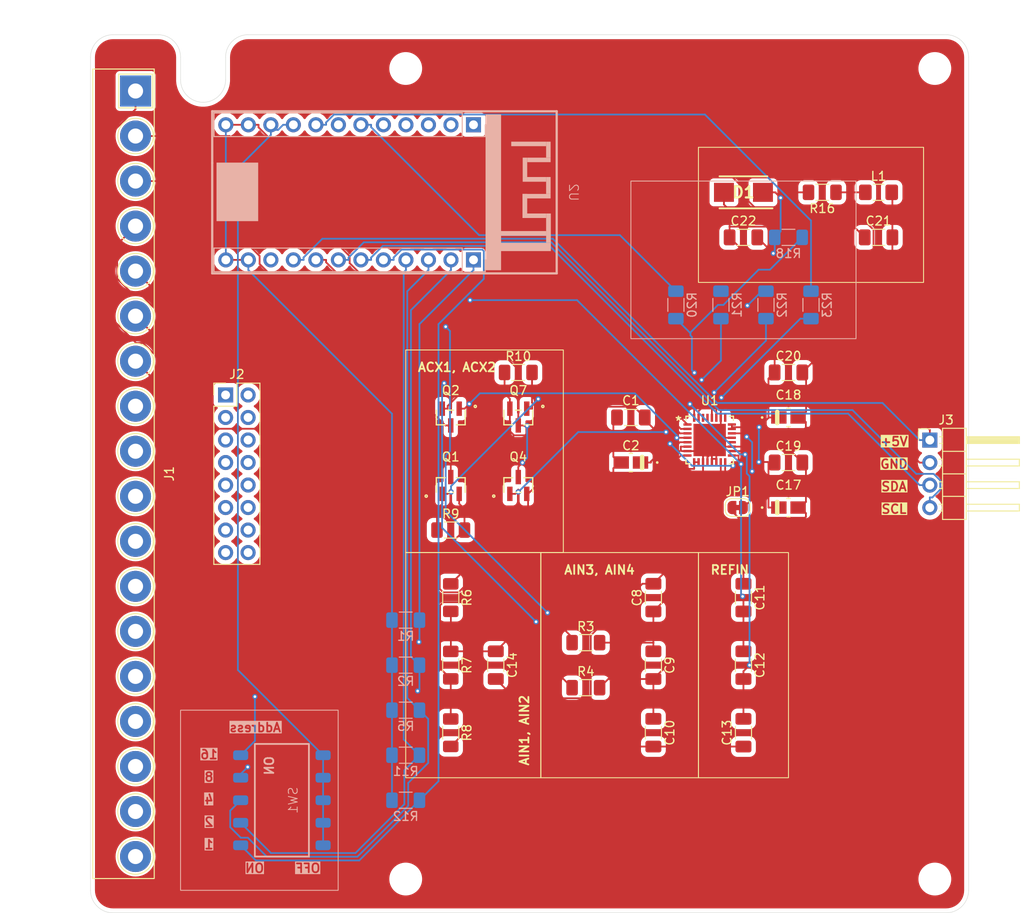
<source format=kicad_pcb>
(kicad_pcb (version 20240108) (generator "pcbnew") (generator_version "8.0")
  (layers (0 "F.Cu" signal) (31 "B.Cu" signal) (34 "B.Paste" user) (35 "F.Paste" user) (36 "B.SilkS" user "B.Silkscreen") (37 "F.SilkS" user "F.Silkscreen") (38 "B.Mask" user) (39 "F.Mask" user) (44 "Edge.Cuts" user))
  (net 0 "")
  (net 2 "/SIG-")
  (net 3 "/SIG+")
  (net 8 "/EXC-")
  (net 9 "/EXC+")
  (net 16 "Net-(U1-DIN)")
  (net 17 "/MOSI")
  (net 19 "/AD_AIN1")
  (net 20 "Net-(U1-DOUT{slash}*RDY)")
  (net 21 "/AD_AINCOM")
  (net 25 "/AD_AIN3")
  (net 26 "/AD_AIN4")
  (net 27 "/MISO")
  (net 28 "Net-(U1-SCLK)")
  (net 29 "/SCK")
  (net 30 "/CS")
  (net 31 "Net-(U1-*CS)")
  (net 32 "DGND")
  (net 33 "AGND")
  (net 34 "AVDD")
  (net 35 "/AD_REFIN(+)")
  (net 36 "/AD_ACX2")
  (net 37 "/~{AD_ACX1}")
  (net 38 "/AD_ACX1")
  (net 39 "/~{AD_ACX2}")
  (net 40 "/AD_REFIN(-)")
  (net 41 "+5V")
  (net 42 "Net-(L1-Pad1)")
  (net 43 "/SCL")
  (net 44 "/SDA")
  (net 45 "+3.3V")
  (net 46 "/CLK")
  (net 63 "Net-(J6-Pin_4)")
  (net 64 "Net-(J6-Pin_1)")
  (net 66 "Net-(J6-Pin_3)")
  (net 67 "Net-(J6-Pin_5)")
  (net 68 "Net-(J6-Pin_2)")
  (footprint "kicad_inventree_lib:SOT23_NEX-M" (layer "F.Cu") (at 66.04 101.6)
    (property "Reference" "Q1")
    (property "Value" "BSH112")
  )
  (footprint "MountingHole:MountingHole_3.2mm_M3" (layer "F.Cu") (at 60.96 54.61)
    (property "Reference" "H1" (hide yes))
    (property "Value" "MountingHole" (hide yes))
  )
  (footprint "Resistor_SMD:R_1206_3216Metric_Pad1.30x1.75mm_HandSolder" (layer "F.Cu") (at 66.04 114.3 -90)
    (property "Reference" "R6")
    (property "Value" "1k")
  )
  (footprint "kicad_inventree_lib:TAJA_AVX-M" (layer "F.Cu") (at 104.14 93.98)
    (property "Reference" "C18")
    (property "Value" "10 uF")
  )
  (footprint "Capacitor_SMD:C_1206_3216Metric_Pad1.33x1.80mm_HandSolder" (layer "F.Cu") (at 104.14 88.9)
    (property "Reference" "C20")
    (property "Value" "0.1uF")
  )
  (footprint "kicad_inventree_lib:SOT23_NEX-M" (layer "F.Cu") (at 73.66 101.6)
    (property "Reference" "Q4")
    (property "Value" "BSH112")
  )
  (footprint "Resistor_SMD:R_1206_3216Metric_Pad1.30x1.75mm_HandSolder" (layer "F.Cu") (at 66.04 121.92 -90)
    (property "Reference" "R7")
    (property "Value" "1k")
  )
  (footprint "kicad_inventree_lib:SOT23_NEX-M" (layer "F.Cu") (at 66.04 93.98 180)
    (property "Reference" "Q2")
    (property "Value" "BSH201")
  )
  (footprint "NextPCB:Degson_2EDGR-5.08-18P" (layer "F.Cu") (at 30.48 57.15 -90)
    (property "Reference" "J1")
    (property "Value" "2EDGR-5.08-18P")
  )
  (footprint "Jumper:SolderJumper-2_P1.3mm_Bridged_RoundedPad1.0x1.5mm" (layer "F.Cu") (at 98.41 104.14)
    (property "Reference" "JP1")
    (property "Value" "SolderJumper_2_Bridged")
  )
  (footprint "Resistor_SMD:R_1206_3216Metric_Pad1.30x1.75mm_HandSolder" (layer "F.Cu") (at 81.28 124.46)
    (property "Reference" "R4")
    (property "Value" "100")
  )
  (footprint "kicad_inventree_lib:PM-front-02x08" (layer "F.Cu") (at 40.64 91.44)
    (property "Reference" "J2")
    (property "Value" "~")
  )
  (footprint "Capacitor_SMD:C_1206_3216Metric_Pad1.33x1.80mm_HandSolder" (layer "F.Cu") (at 99.06 129.54 90)
    (property "Reference" "C13")
    (property "Value" "0.1uF")
  )
  (footprint "Resistor_SMD:R_1206_3216Metric_Pad1.30x1.75mm_HandSolder" (layer "F.Cu") (at 107.95 68.58 180)
    (property "Reference" "R16")
    (property "Value" "1.5R")
  )
  (footprint "Connector_PinHeader_2.54mm:PinHeader_1x04_P2.54mm_Horizontal" (layer "F.Cu") (at 120.085 96.53)
    (property "Reference" "J3")
    (property "Value" "Conn_01x04_Pin")
  )
  (footprint "Capacitor_SMD:C_1206_3216Metric_Pad1.33x1.80mm_HandSolder" (layer "F.Cu") (at 88.9 114.3 90)
    (property "Reference" "C8")
    (property "Value" "1nF")
  )
  (footprint "Capacitor_SMD:C_1206_3216Metric_Pad1.33x1.80mm_HandSolder" (layer "F.Cu") (at 114.3 73.66)
    (property "Reference" "C21")
    (property "Value" "0.1uF")
  )
  (footprint "Capacitor_SMD:C_1206_3216Metric_Pad1.33x1.80mm_HandSolder" (layer "F.Cu") (at 88.9 129.54 -90)
    (property "Reference" "C10")
    (property "Value" "1nF")
  )
  (footprint "Capacitor_SMD:C_1206_3216Metric_Pad1.33x1.80mm_HandSolder" (layer "F.Cu") (at 104.14 99.06)
    (property "Reference" "C19")
    (property "Value" "0.1uF")
  )
  (footprint "MountingHole:MountingHole_3.2mm_M3" (layer "F.Cu") (at 120.65 146.05)
    (property "Reference" "H3" (hide yes))
    (property "Value" "MountingHole" (hide yes))
  )
  (footprint "MountingHole:MountingHole_3.2mm_M3" (layer "F.Cu") (at 120.65 54.61)
    (property "Reference" "H2" (hide yes))
    (property "Value" "MountingHole" (hide yes))
  )
  (footprint "Capacitor_SMD:C_1206_3216Metric_Pad1.33x1.80mm_HandSolder" (layer "F.Cu") (at 86.36 93.98)
    (property "Reference" "C1")
    (property "Value" "0.1uF")
  )
  (footprint "Capacitor_SMD:C_1206_3216Metric_Pad1.33x1.80mm_HandSolder" (layer "F.Cu") (at 88.9 121.92 -90)
    (property "Reference" "C9")
    (property "Value" "10nF")
  )
  (footprint "Inductor_SMD:L_1206_3216Metric_Pad1.42x1.75mm_HandSolder" (layer "F.Cu") (at 114.3 68.58)
    (property "Reference" "L1")
    (property "Value" "1kΩ@100MHz")
  )
  (footprint "Capacitor_SMD:C_1206_3216Metric_Pad1.33x1.80mm_HandSolder" (layer "F.Cu") (at 99.06 114.3 -90)
    (property "Reference" "C11")
    (property "Value" "0.1uF")
  )
  (footprint "Resistor_SMD:R_1206_3216Metric_Pad1.30x1.75mm_HandSolder" (layer "F.Cu") (at 66.04 106.68)
    (property "Reference" "R9")
    (property "Value" "1M")
  )
  (footprint "kicad_inventree_lib:SOT23_NEX-M" (layer "F.Cu") (at 73.66 93.98 180)
    (property "Reference" "Q7")
    (property "Value" "BSH201")
  )
  (footprint "Resistor_SMD:R_1206_3216Metric_Pad1.30x1.75mm_HandSolder" (layer "F.Cu") (at 73.66 88.9)
    (property "Reference" "R10")
    (property "Value" "1M")
  )
  (footprint "kicad_inventree_lib:DIOM5436X247N" (layer "F.Cu") (at 99.06 68.58 180)
    (property "Reference" "D1")
    (property "Value" "SZP6SMB6.8AT3G" (hide yes))
  )
  (footprint "MountingHole:MountingHole_3.2mm_M3" (layer "F.Cu") (at 60.96 146.05)
    (property "Reference" "H4" (hide yes))
    (property "Value" "MountingHole" (hide yes))
  )
  (footprint "Capacitor_SMD:C_1206_3216Metric_Pad1.33x1.80mm_HandSolder" (layer "F.Cu") (at 99.06 73.66)
    (property "Reference" "C22")
    (property "Value" "0.1uF")
  )
  (footprint "Resistor_SMD:R_1206_3216Metric_Pad1.30x1.75mm_HandSolder" (layer "F.Cu") (at 81.28 119.38)
    (property "Reference" "R3")
    (property "Value" "100")
  )
  (footprint "Resistor_SMD:R_1206_3216Metric_Pad1.30x1.75mm_HandSolder" (layer "F.Cu") (at 66.04 129.54 -90)
    (property "Reference" "R8")
    (property "Value" "100")
  )
  (footprint "kicad_inventree_lib:AD7195BCPZ" (layer "F.Cu") (at 95.25 96.52)
    (property "Reference" "U1")
    (property "Value" "AD7195BCPZ")
  )
  (footprint "kicad_inventree_lib:TAJA_AVX-M" (layer "F.Cu") (at 104.14 104.14)
    (property "Reference" "C17")
    (property "Value" "10 uF")
  )
  (footprint "Capacitor_SMD:C_1206_3216Metric_Pad1.33x1.80mm_HandSolder" (layer "F.Cu") (at 71.12 121.92 -90)
    (property "Reference" "C14")
    (property "Value" "1uF")
  )
  (footprint "kicad_inventree_lib:TAJA_AVX-M" (layer "F.Cu") (at 86.36 99.06 180)
    (property "Reference" "C2")
    (property "Value" "10 uF")
  )
  (footprint "Capacitor_SMD:C_1206_3216Metric_Pad1.33x1.80mm_HandSolder" (layer "F.Cu") (at 99.06 121.92 -90)
    (property "Reference" "C12")
    (property "Value" "1uF")
  )
  (footprint "Resistor_SMD:R_1206_3216Metric_Pad1.30x1.75mm_HandSolder" (layer "B.Cu") (at 60.96 116.84)
    (property "Reference" "R1")
    (property "Value" "10k")
  )
  (footprint "kicad_inventree_lib:DSIC05LS-P" (layer "B.Cu") (at 42.34 137.16 -90)
    (property "Reference" "SW1")
    (property "Value" "DSIC05LS-P")
  )
  (footprint "Resistor_SMD:R_1206_3216Metric_Pad1.30x1.75mm_HandSolder" (layer "B.Cu") (at 96.52 81.28 90)
    (property "Reference" "R21")
    (property "Value" "100")
  )
  (footprint "Resistor_SMD:R_1206_3216Metric_Pad1.30x1.75mm_HandSolder" (layer "B.Cu") (at 91.44 81.28 90)
    (property "Reference" "R20")
    (property "Value" "100")
  )
  (footprint "kicad_inventree_lib:Weact ESP32-C3FH4" (layer "B.Cu") (at 77.9927 68.58 90)
    (property "Reference" "U2")
    (property "Value" "Weact ESP32-C3FH4")
  )
  (footprint "Resistor_SMD:R_1206_3216Metric_Pad1.30x1.75mm_HandSolder" (layer "B.Cu") (at 60.96 137.16)
    (property "Reference" "R12")
    (property "Value" "10k")
  )
  (footprint "Resistor_SMD:R_1206_3216Metric_Pad1.30x1.75mm_HandSolder" (layer "B.Cu") (at 104.14 73.66)
    (property "Reference" "R18")
    (property "Value" "100k")
  )
  (footprint "Resistor_SMD:R_1206_3216Metric_Pad1.30x1.75mm_HandSolder" (layer "B.Cu") (at 60.96 121.92)
    (property "Reference" "R2")
    (property "Value" "10k")
  )
  (footprint "Resistor_SMD:R_1206_3216Metric_Pad1.30x1.75mm_HandSolder" (layer "B.Cu") (at 60.96 132.08)
    (property "Reference" "R11")
    (property "Value" "10k")
  )
  (footprint "Resistor_SMD:R_1206_3216Metric_Pad1.30x1.75mm_HandSolder" (layer "B.Cu") (at 106.68 81.28 90)
    (property "Reference" "R23")
    (property "Value" "100")
  )
  (footprint "Resistor_SMD:R_1206_3216Metric_Pad1.30x1.75mm_HandSolder" (layer "B.Cu") (at 60.96 127)
    (property "Reference" "R5")
    (property "Value" "10k")
  )
  (footprint "Resistor_SMD:R_1206_3216Metric_Pad1.30x1.75mm_HandSolder" (layer "B.Cu") (at 101.6 81.28 90)
    (property "Reference" "R22")
    (property "Value" "100")
  )
  (footprint "Connector_PinHeader_2.54mm:PinHeader_1x12_P2.54mm_Vertical" (layer "B.Cu") (at 68.6054 76.2 90)
    (property "Reference" "J6")
    (property "Value" "PinHeader_01x12_P2.54_THT_straight")
  )
  (footprint "Connector_PinHeader_2.54mm:PinHeader_1x12_P2.54mm_Vertical" (layer "B.Cu") (at 68.6054 60.96 90)
    (property "Reference" "J7")
    (property "Value" "PinHeader_01x12_P2.54_THT_straight")
  )
  (gr_rect (start 86.36 67.31) (end 111.76 85.09) (stroke (width 0.1)) (fill none) (layer "B.SilkS"))
  (gr_rect (start 35.56 127) (end 53.34 147.32) (stroke (width 0.1)) (fill none) (layer "B.SilkS"))
  (gr_rect (start 60.96 109.22) (end 76.2 134.62) (stroke (width 0.1)) (fill none) (layer "F.SilkS"))
  (gr_rect (start 93.98 63.5) (end 119.38 78.74) (stroke (width 0.1)) (fill none) (layer "F.SilkS"))
  (gr_rect (start 76.2 109.22) (end 93.98 134.62) (stroke (width 0.1)) (fill none) (layer "F.SilkS"))
  (gr_rect (start 60.96 86.36) (end 78.74 109.22) (stroke (width 0.1)) (fill none) (layer "F.SilkS"))
  (gr_rect (start 93.98 109.22) (end 104.14 134.62) (stroke (width 0.1)) (fill none) (layer "F.SilkS"))
  (gr_line (start 35.56 55.88) (end 35.56 53.34) (stroke (width 0.05)) (layer "Edge.Cuts"))
  (gr_line (start 25.4 147.32) (end 25.4 53.34) (stroke (width 0.05)) (layer "Edge.Cuts"))
  (gr_line (start 43.18 50.8) (end 121.92 50.8) (stroke (width 0.05)) (layer "Edge.Cuts"))
  (gr_arc (start 33.02 50.8) (mid 34.816051 51.543949) (end 35.56 53.34) (stroke (width 0.05)) (layer "Edge.Cuts"))
  (gr_line (start 27.94 50.8) (end 33.02 50.8) (stroke (width 0.05)) (layer "Edge.Cuts"))
  (gr_arc (start 38.1 58.42) (mid 36.303949 57.676051) (end 35.56 55.88) (stroke (width 0.05)) (layer "Edge.Cuts"))
  (gr_arc (start 124.46 147.32) (mid 123.716051 149.116051) (end 121.92 149.86) (stroke (width 0.05)) (layer "Edge.Cuts"))
  (gr_arc (start 40.64 53.34) (mid 41.383949 51.543949) (end 43.18 50.8) (stroke (width 0.05)) (layer "Edge.Cuts"))
  (gr_line (start 121.92 149.86) (end 27.94 149.86) (stroke (width 0.05)) (layer "Edge.Cuts"))
  (gr_arc (start 40.64 55.88) (mid 39.896051 57.676051) (end 38.1 58.42) (stroke (width 0.05)) (layer "Edge.Cuts"))
  (gr_arc (start 121.92 50.8) (mid 123.716051 51.543949) (end 124.46 53.34) (stroke (width 0.05)) (layer "Edge.Cuts"))
  (gr_line (start 124.46 53.34) (end 124.46 147.32) (stroke (width 0.05)) (layer "Edge.Cuts"))
  (gr_line (start 40.64 53.34) (end 40.64 55.88) (stroke (width 0.05)) (layer "Edge.Cuts"))
  (gr_arc (start 27.94 149.86) (mid 26.143949 149.116051) (end 25.4 147.32) (stroke (width 0.05)) (layer "Edge.Cuts"))
  (gr_arc (start 25.4 53.34) (mid 26.143949 51.543949) (end 27.94 50.8) (stroke (width 0.05)) (layer "Edge.Cuts"))
  (gr_text "4" (at 39.37 137.668 -0) (layer "B.SilkS" knockout) (effects (font (size 1 1) (thickness 0.2) (bold yes)) (justify left bottom mirror)))
  (gr_text "Address" (at 46.99 129.54 0) (layer "B.SilkS" knockout) (effects (font (size 1 1) (thickness 0.2) (bold yes)) (justify left bottom mirror)))
  (gr_text "1" (at 39.37 142.748 -0) (layer "B.SilkS" knockout) (effects (font (size 1 1) (thickness 0.2) (bold yes)) (justify left bottom mirror)))
  (gr_text "8" (at 39.37 135.128 -0) (layer "B.SilkS" knockout) (effects (font (size 1 1) (thickness 0.2) (bold yes)) (justify left bottom mirror)))
  (gr_text "OFF" (at 51.435 145.415 0) (layer "B.SilkS" knockout) (effects (font (size 1 1) (thickness 0.2) (bold yes)) (justify left bottom mirror)))
  (gr_text "16" (at 39.846191 132.588 -0) (layer "B.SilkS" knockout) (effects (font (size 1 1) (thickness 0.2) (bold yes)) (justify left bottom mirror)))
  (gr_text "2" (at 39.37 140.208 -0) (layer "B.SilkS" knockout) (effects (font (size 1 1) (thickness 0.2) (bold yes)) (justify left bottom mirror)))
  (gr_text "ON" (at 45.085 145.415 0) (layer "B.SilkS" knockout) (effects (font (size 1 1) (thickness 0.2) (bold yes)) (justify left bottom mirror)))
  (gr_text "AIN1, AIN2" (at 74.93 133.35 90) (layer "F.SilkS") (effects (font (size 1 1) (thickness 0.2) (bold yes)) (justify left bottom)))
  (gr_text "GND" (at 114.387381 99.822 0) (layer "F.SilkS" knockout) (effects (font (size 1 1) (thickness 0.2) (bold yes)) (justify left bottom)))
  (gr_text "REFIN" (at 95.25 111.76 0) (layer "F.SilkS") (effects (font (size 1 1) (thickness 0.2) (bold yes)) (justify left bottom)))
  (gr_text "AIN3, AIN4" (at 78.74 111.76 0) (layer "F.SilkS") (effects (font (size 1 1) (thickness 0.2) (bold yes)) (justify left bottom)))
  (gr_text "SDA" (at 114.506428 102.362 0) (layer "F.SilkS" knockout) (effects (font (size 1 1) (thickness 0.2) (bold yes)) (justify left bottom)))
  (gr_text "SCL" (at 114.530238 104.902 0) (layer "F.SilkS" knockout) (effects (font (size 1 1) (thickness 0.2) (bold yes)) (justify left bottom)))
  (gr_text "+5V" (at 114.387381 97.282 0) (layer "F.SilkS" knockout) (effects (font (size 1 1) (thickness 0.2) (bold yes)) (justify left bottom)))
  (gr_text "ACX1, ACX2" (at 62.23 88.9 0) (layer "F.SilkS") (effects (font (size 1 1) (thickness 0.2) (bold yes)) (justify left bottom)))
  (segment (start 79.73 124.46) (end 75.6625 120.3925) (width 0.2) (layer "F.Cu") (net 2))
  (segment (start 35.7134 87.7834) (end 62.9739 87.7834) (width 0.2) (layer "F.Cu") (net 2))
  (segment (start 75.6625 120.3925) (end 75.6625 117.0273) (width 0.2) (layer "F.Cu") (net 2))
  (segment (start 30.48 82.55) (end 35.7134 87.7834) (width 0.2) (layer "F.Cu") (net 2))
  (segment (start 62.9739 87.7834) (end 65.3007 90.1102) (width 0.2) (layer "F.Cu") (net 2))
  (via (at 65.3007 90.1102) (size 0.6) (drill 0.3) (layers "F.Cu" "B.Cu") (net 2))
  (via (at 75.6625 117.0273) (size 0.6) (drill 0.3) (layers "F.Cu" "B.Cu") (net 2))
  (segment (start 65.064 90.3469) (end 65.3007 90.1102) (width 0.2) (layer "B.Cu") (net 2))
  (segment (start 75.6625 117.0273) (end 65.064 106.4288) (width 0.2) (layer "B.Cu") (net 2))
  (segment (start 65.064 106.4288) (end 65.064 90.3469) (width 0.2) (layer "B.Cu") (net 2))
  (segment (start 79.73 118.7817) (end 79.73 119.38) (width 0.2) (layer "F.Cu") (net 3))
  (segment (start 76.9541 116.0058) (end 79.73 118.7817) (width 0.2) (layer "F.Cu") (net 3))
  (segment (start 44.4754 76.6564) (end 44.4754 75.7643) (width 0.2) (layer "F.Cu") (net 3))
  (segment (start 65.4665 83.7393) (end 51.5583 83.7393) (width 0.2) (layer "F.Cu") (net 3))
  (segment (start 36.0211 67.31) (end 30.48 67.31) (width 0.2) (layer "F.Cu") (net 3))
  (segment (start 44.4754 75.7643) (end 36.0211 67.31) (width 0.2) (layer "F.Cu") (net 3))
  (segment (start 51.5583 83.7393) (end 44.4754 76.6564) (width 0.2) (layer "F.Cu") (net 3))
  (via (at 65.4665 83.7393) (size 0.6) (drill 0.3) (layers "F.Cu" "B.Cu") (net 3))
  (via (at 76.9541 116.0058) (size 0.6) (drill 0.3) (layers "F.Cu" "B.Cu") (net 3))
  (segment (start 65.9546 84.2274) (end 65.9546 97.7611) (width 0.2) (layer "B.Cu") (net 3))
  (segment (start 65.9546 97.7611) (end 65.4669 98.2488) (width 0.2) (layer "B.Cu") (net 3))
  (segment (start 65.4665 83.7393) (end 65.9546 84.2274) (width 0.2) (layer "B.Cu") (net 3))
  (segment (start 65.4669 98.2488) (end 65.4669 104.5186) (width 0.2) (layer "B.Cu") (net 3))
  (segment (start 65.4669 104.5186) (end 76.9541 116.0058) (width 0.2) (layer "B.Cu") (net 3))
  (segment (start 30.9655 80.01) (end 36.2786 85.3231) (width 0.2) (layer "F.Cu") (net 8))
  (segment (start 74.3043 94.9159) (end 74.2665 94.8781) (width 0.2) (layer "F.Cu") (net 8))
  (segment (start 28.4108 78.3156) (end 30.1052 80.01) (width 0.2) (layer "F.Cu") (net 8))
  (segment (start 70.4142 85.3231) (end 73.66 88.5689) (width 0.2) (layer "F.Cu") (net 8))
  (segment (start 30.48 72.39) (end 28.4108 74.4592) (width 0.2) (layer "F.Cu") (net 8))
  (segment (start 74.6564 94.9159) (end 74.3043 94.9159) (width 0.2) (layer "F.Cu") (net 8))
  (segment (start 74.135 99.0719) (end 73.66 99.5469) (width 0.2) (layer "F.Cu") (net 8))
  (segment (start 73.66 99.5469) (end 73.66 100.7019) (width 0.2) (layer "F.Cu") (net 8))
  (segment (start 28.4108 74.4592) (end 28.4108 78.3156) (width 0.2) (layer "F.Cu") (net 8))
  (segment (start 73.66 94.8781) (end 74.2665 94.8781) (width 0.2) (layer "F.Cu") (net 8))
  (segment (start 73.66 88.5689) (end 73.66 94.8781) (width 0.2) (layer "F.Cu") (net 8))
  (segment (start 30.1052 80.01) (end 30.9655 80.01) (width 0.2) (layer "F.Cu") (net 8))
  (segment (start 36.2786 85.3231) (end 70.4142 85.3231) (width 0.2) (layer "F.Cu") (net 8))
  (via (at 74.6564 94.9159) (size 0.6) (drill 0.3) (layers "F.Cu" "B.Cu") (net 8))
  (via (at 74.135 99.0719) (size 0.6) (drill 0.3) (layers "F.Cu" "B.Cu") (net 8))
  (segment (start 74.135 99.0719) (end 74.6564 98.5505) (width 0.2) (layer "B.Cu") (net 8))
  (segment (start 74.6564 98.5505) (end 74.6564 94.9159) (width 0.2) (layer "B.Cu") (net 8))
  (segment (start 30.48 57.15) (end 30.48 59.2017) (width 0.2) (layer "F.Cu") (net 9))
  (segment (start 30.5505 85.5783) (end 31.3445 85.5783) (width 0.2) (layer "F.Cu") (net 9))
  (segment (start 27.99 83.0178) (end 30.5505 85.5783) (width 0.2) (layer "F.Cu") (net 9))
  (segment (start 66.04 94.8781) (end 65.7368 94.8781) (width 0.2) (layer "F.Cu") (net 9))
  (segment (start 27.99 61.6917) (end 27.99 83.0178) (width 0.2) (layer "F.Cu") (net 9))
  (segment (start 31.3445 85.5783) (end 35.163 89.3968) (width 0.2) (layer "F.Cu") (net 9))
  (segment (start 59.9522 89.3968) (end 65.4335 94.8781) (width 0.2) (layer "F.Cu") (net 9))
  (segment (start 65.7368 94.8781) (end 65.4335 94.8781) (width 0.2) (layer "F.Cu") (net 9))
  (segment (start 30.48 59.2017) (end 27.99 61.6917) (width 0.2) (layer "F.Cu") (net 9))
  (segment (start 35.163 89.3968) (end 59.9522 89.3968) (width 0.2) (layer "F.Cu") (net 9))
  (segment (start 65.7368 94.8781) (end 66.04 95.1813) (width 0.2) (layer "F.Cu") (net 9))
  (segment (start 66.04 95.1813) (end 66.04 100.7019) (width 0.2) (layer "F.Cu") (net 9))
  (segment (start 95.5 94.0168) (end 95.5 91.4152) (width 0.2) (layer "F.Cu") (net 16))
  (segment (start 95.5 91.4152) (end 95.7553 91.1599) (width 0.2) (layer "F.Cu") (net 16))
  (via (at 95.7553 91.1599) (size 0.6) (drill 0.3) (layers "F.Cu" "B.Cu") (net 16))
  (segment (start 101.6 82.83) (end 101.6 85.3152) (width 0.2) (layer "B.Cu") (net 16))
  (segment (start 101.6 85.3152) (end 95.7553 91.1599) (width 0.2) (layer "B.Cu") (net 16))
  (segment (start 99.5047 81.3527) (end 56.8613 81.3527) (width 0.2) (layer "F.Cu") (net 17))
  (segment (start 50.8254 76.2) (end 51.9771 76.2) (width 0.2) (layer "F.Cu") (net 17))
  (segment (start 56.8613 81.3527) (end 51.9771 76.4685) (width 0.2) (layer "F.Cu") (net 17))
  (segment (start 51.9771 76.4685) (end 51.9771 76.2) (width 0.2) (layer "F.Cu") (net 17))
  (via (at 99.5047 81.3527) (size 0.6) (drill 0.3) (layers "F.Cu" "B.Cu") (net 17))
  (segment (start 101.1274 79.73) (end 99.5047 81.3527) (width 0.2) (layer "B.Cu") (net 17))
  (segment (start 101.6 79.73) (end 101.1274 79.73) (width 0.2) (layer "B.Cu") (net 17))
  (segment (start 66.0525 115.8625) (end 66.04 115.85) (width 0.2) (layer "F.Cu") (net 19))
  (segment (start 71.12 120.3575) (end 66.0525 120.3575) (width 0.2) (layer "F.Cu") (net 19))
  (segment (start 93.5 99.0232) (end 93.5 99.7781) (width 0.2) (layer "F.Cu") (net 19))
  (segment (start 66.0525 120.3575) (end 66.04 120.37) (width 0.2) (layer "F.Cu") (net 19))
  (segment (start 91.6994 99.7781) (end 93.5 99.7781) (width 0.2) (layer "F.Cu") (net 19))
  (segment (start 66.0525 120.3575) (end 66.0525 115.8625) (width 0.2) (layer "F.Cu") (net 19))
  (segment (start 71.12 120.3575) (end 91.6994 99.7781) (width 0.2) (layer "F.Cu") (net 19))
  (segment (start 94 99.0232) (end 93.5 99.0232) (width 0.2) (layer "F.Cu") (net 19))
  (segment (start 96 94.0168) (end 96 92.3095) (width 0.2) (layer "F.Cu") (net 20))
  (segment (start 96 92.3095) (end 96.5707 91.7388) (width 0.2) (layer "F.Cu") (net 20))
  (via (at 96.5707 91.7388) (size 0.6) (drill 0.3) (layers "F.Cu" "B.Cu") (net 20))
  (segment (start 105.4795 82.83) (end 106.68 82.83) (width 0.2) (layer "B.Cu") (net 20))
  (segment (start 96.5707 91.7388) (end 105.4795 82.83) (width 0.2) (layer "B.Cu") (net 20))
  (segment (start 92.7468 98.27) (end 91.9919 98.27) (width 0.2) (layer "F.Cu") (net 21))
  (segment (start 64.8403 122.2703) (end 64.8403 115.1682) (width 0.2) (layer "F.Cu") (net 21))
  (segment (start 75.443 114.8189) (end 91.9919 98.27) (width 0.2) (layer "F.Cu") (net 21))
  (segment (start 65.1896 114.8189) (end 75.443 114.8189) (width 0.2) (layer "F.Cu") (net 21))
  (segment (start 66.04 123.47) (end 64.8403 122.2703) (width 0.2) (layer "F.Cu") (net 21))
  (segment (start 64.8403 115.1682) (end 65.1896 114.8189) (width 0.2) (layer "F.Cu") (net 21))
  (segment (start 66.04 127.99) (end 66.04 123.47) (width 0.2) (layer "F.Cu") (net 21))
  (segment (start 96.332 108.4305) (end 88.9 115.8625) (width 0.2) (layer "F.Cu") (net 25))
  (segment (start 88.9 119.38) (end 88.9 120.3575) (width 0.2) (layer "F.Cu") (net 25))
  (segment (start 88.9 119.38) (end 82.83 119.38) (width 0.2) (layer "F.Cu") (net 25))
  (segment (start 96.5 101.2048) (end 96.332 101.3728) (width 0.2) (layer "F.Cu") (net 25))
  (segment (start 96.5 99.0232) (end 96.5 101.2048) (width 0.2) (layer "F.Cu") (net 25))
  (segment (start 96.332 101.3728) (end 96.332 108.4305) (width 0.2) (layer "F.Cu") (net 25))
  (segment (start 88.9 115.8625) (end 88.9 119.38) (width 0.2) (layer "F.Cu") (net 25))
  (segment (start 97 99.7781) (end 97 101.2728) (width 0.2) (layer "F.Cu") (net 26))
  (segment (start 97 99.0232) (end 97 99.7781) (width 0.2) (layer "F.Cu") (net 26))
  (segment (start 88.9 123.4825) (end 83.8075 123.4825) (width 0.2) (layer "F.Cu") (net 26))
  (segment (start 88.9 127.9775) (end 88.9 123.4825) (width 0.2) (layer "F.Cu") (net 26))
  (segment (start 96.7337 101.5391) (end 96.7337 115.6488) (width 0.2) (layer "F.Cu") (net 26))
  (segment (start 96.7337 115.6488) (end 88.9 123.4825) (width 0.2) (layer "F.Cu") (net 26))
  (segment (start 83.8075 123.4825) (end 82.83 124.46) (width 0.2) (layer "F.Cu") (net 26))
  (segment (start 97 101.2728) (end 96.7337 101.5391) (width 0.2) (layer "F.Cu") (net 26))
  (segment (start 50.8254 60.96) (end 51.9771 60.96) (width 0.2) (layer "B.Cu") (net 27))
  (segment (start 106.68 71.771) (end 94.7094 59.8004) (width 0.2) (layer "B.Cu") (net 27))
  (segment (start 52.8682 59.8004) (end 51.9771 60.6915) (width 0.2) (layer "B.Cu") (net 27))
  (segment (start 51.9771 60.6915) (end 51.9771 60.96) (width 0.2) (layer "B.Cu") (net 27))
  (segment (start 106.68 79.73) (end 106.68 71.771) (width 0.2) (layer "B.Cu") (net 27))
  (segment (start 94.7094 59.8004) (end 52.8682 59.8004) (width 0.2) (layer "B.Cu") (net 27))
  (segment (start 94 93.2619) (end 94.3392 92.9227) (width 0.2) (layer "F.Cu") (net 28))
  (segment (start 94.3392 92.9227) (end 94.3392 89.7438) (width 0.2) (layer "F.Cu") (net 28))
  (segment (start 94 94.0168) (end 94 93.2619) (width 0.2) (layer "F.Cu") (net 28))
  (via (at 94.3392 89.7438) (size 0.6) (drill 0.3) (layers "F.Cu" "B.Cu") (net 28))
  (segment (start 96.52 82.83) (end 96.52 87.563) (width 0.2) (layer "B.Cu") (net 28))
  (segment (start 96.52 87.563) (end 94.3392 89.7438) (width 0.2) (layer "B.Cu") (net 28))
  (segment (start 91.44 79.73) (end 85.121 73.411) (width 0.2) (layer "B.Cu") (net 30))
  (segment (start 69.2396 73.411) (end 57.0571 61.2285) (width 0.2) (layer "B.Cu") (net 30))
  (segment (start 55.9054 60.96) (end 57.0571 60.96) (width 0.2) (layer "B.Cu") (net 30))
  (segment (start 57.0571 61.2285) (end 57.0571 60.96) (width 0.2) (layer "B.Cu") (net 30))
  (segment (start 85.121 73.411) (end 69.2396 73.411) (width 0.2) (layer "B.Cu") (net 30))
  (segment (start 93.6262 92.7157) (end 93.6262 89.0307) (width 0.2) (layer "F.Cu") (net 31))
  (segment (start 93.6262 89.0307) (end 93.5253 88.9298) (width 0.2) (layer "F.Cu") (net 31))
  (segment (start 93.5 92.8419) (end 93.6262 92.7157) (width 0.2) (layer "F.Cu") (net 31))
  (segment (start 93.5 94.0168) (end 93.5 92.8419) (width 0.2) (layer "F.Cu") (net 31))
  (via (at 93.5253 88.9298) (size 0.6) (drill 0.3) (layers "F.Cu" "B.Cu") (net 31))
  (segment (start 96.7968 81.28) (end 100.7717 77.3051) (width 0.2) (layer "B.Cu") (net 31))
  (segment (start 93.0778 84.4678) (end 93.0778 84.7198) (width 0.2) (layer "B.Cu") (net 31))
  (segment (start 93.0383 84.4282) (end 91.44 82.83) (width 0.2) (layer "B.Cu") (net 31))
  (segment (start 93.2448 84.8868) (end 93.2448 88.6493) (width 0.2) (layer "B.Cu") (net 31))
  (segment (start 96.1865 81.28) (end 96.7968 81.28) (width 0.2) (layer "B.Cu") (net 31))
  (segment (start 93.0778 84.7198) (end 93.2448 84.8868) (width 0.2) (layer "B.Cu") (net 31))
  (segment (start 102.0449 77.3051) (end 105.69 73.66) (width 0.2) (layer "B.Cu") (net 31))
  (segment (start 100.7717 77.3051) (end 102.0449 77.3051) (width 0.2) (layer "B.Cu") (net 31))
  (segment (start 93.2448 88.6493) (end 93.5253 88.9298) (width 0.2) (layer "B.Cu") (net 31))
  (segment (start 93.0383 84.4282) (end 93.0778 84.4678) (width 0.2) (layer "B.Cu") (net 31))
  (segment (start 93.0383 84.4282) (end 96.1865 81.28) (width 0.2) (layer "B.Cu") (net 31))
  (segment (start 99.6305 68.6853) (end 97.1434 66.1982) (width 0.2) (layer "F.Cu") (net 32))
  (segment (start 97.1434 66.1982) (end 49.3074 66.1982) (width 0.2) (layer "F.Cu") (net 32))
  (segment (start 105.485 93.98) (end 106.1265 93.3385) (width 0.2) (layer "F.Cu") (net 32))
  (segment (start 113.733 72.8059) (end 111.2089 70.2818) (width 0.2) (layer "F.Cu") (net 32))
  (segment (start 105.7025 88.9) (end 113.733 80.8695) (width 0.2) (layer "F.Cu") (net 32))
  (segment (start 106.0986 95.1311) (end 106.0986 94.4946) (width 0.2) (layer "F.Cu") (net 32))
  (segment (start 113.733 80.8695) (end 113.733 72.8059) (width 0.2) (layer "F.Cu") (net 32))
  (segment (start 99.4236 95.77) (end 99.4236 96.1592) (width 0.2) (layer "F.Cu") (net 32))
  (segment (start 43.2054 76.2) (end 40.6654 76.2) (width 0.2) (layer "F.Cu") (net 32))
  (segment (start 106.0986 95.1311) (end 105.4597 95.77) (width 0.2) (layer "F.Cu") (net 32))
  (segment (start 106.1265 89.324) (end 105.7025 88.9) (width 0.2) (layer "F.Cu") (net 32))
  (segment (start 100.3289 70.2818) (end 99.6305 69.5834) (width 0.2) (layer "F.Cu") (net 32))
  (segment (start 106.0986 94.4946) (end 105.584 93.98) (width 0.2) (layer "F.Cu") (net 32))
  (segment (start 118.9333 99.07) (end 114.9944 95.1311) (width 0.2) (layer "F.Cu") (net 32))
  (segment (start 44.3571 61.2479) (end 44.3571 60.96) (width 0.2) (layer "F.Cu") (net 32))
  (segment (start 43.2054 60.96) (end 44.3571 60.96) (width 0.2) (layer "F.Cu") (net 32))
  (segment (start 100.039 100.0491) (end 100.039 103.161) (width 0.2) (layer "F.Cu") (net 32))
  (segment (start 49.3074 66.1982) (end 44.3571 61.2479) (width 0.2) (layer "F.Cu") (net 32))
  (segment (start 114.9944 95.1311) (end 106.0986 95.1311) (width 0.2) (layer "F.Cu") (net 32))
  (segment (start 40.6654 60.96) (end 43.2054 60.96) (width 0.2) (layer "F.Cu") (net 32))
  (segment (start 106.1265 93.3385) (end 106.1265 89.324) (width 0.2) (layer "F.Cu") (net 32))
  (segment (start 100.039 103.161) (end 99.06 104.14) (width 0.2) (layer "F.Cu") (net 32))
  (segment (start 120.085 99.07) (end 118.9333 99.07) (width 0.2) (layer "F.Cu") (net 32))
  (segment (start 105.4597 95.77) (end 99.4236 95.77) (width 0.2) (layer "F.Cu") (net 32))
  (segment (start 105.584 93.98) (end 105.4662 93.98) (width 0.2) (layer "F.Cu") (net 32))
  (segment (start 105.2267 93.98) (end 105.4662 93.98) (width 0.2) (layer "F.Cu") (net 32))
  (segment (start 99.6305 69.5834) (end 99.6305 68.6853) (width 0.2) (layer "F.Cu") (net 32))
  (segment (start 105.4662 93.98) (end 105.485 93.98) (width 0.2) (layer "F.Cu") (net 32))
  (segment (start 111.2089 70.2818) (end 100.3289 70.2818) (width 0.2) (layer "F.Cu") (net 32))
  (segment (start 99.4236 95.77) (end 97.7532 95.77) (width 0.2) (layer "F.Cu") (net 32))
  (via (at 100.039 100.0491) (size 0.6) (drill 0.3) (layers "F.Cu" "B.Cu") (net 32))
  (via (at 99.4236 96.1592) (size 0.6) (drill 0.3) (layers "F.Cu" "B.Cu") (net 32))
  (segment (start 59.41 127) (end 59.41 132.08) (width 0.2) (layer "B.Cu") (net 32))
  (segment (start 43.2054 77.3517) (end 59.41 93.5563) (width 0.2) (layer "B.Cu") (net 32))
  (segment (start 40.6654 76.2) (end 40.6654 60.96) (width 0.2) (layer "B.Cu") (net 32))
  (segment (start 59.41 121.92) (end 59.41 116.84) (width 0.2) (layer "B.Cu") (net 32))
  (segment (start 59.41 132.08) (end 59.41 137.16) (width 0.2) (layer "B.Cu") (net 32))
  (segment (start 100.039 96.7746) (end 100.039 100.0491) (width 0.2) (layer "B.Cu") (net 32))
  (segment (start 99.4236 96.1592) (end 100.039 96.7746) (width 0.2) (layer "B.Cu") (net 32))
  (segment (start 59.41 121.92) (end 59.41 127) (width 0.2) (layer "B.Cu") (net 32))
  (segment (start 59.41 93.5563) (end 59.41 116.84) (width 0.2) (layer "B.Cu") (net 32))
  (segment (start 43.2054 76.2) (end 43.2054 77.3517) (width 0.2) (layer "B.Cu") (net 32))
  (segment (start 94.5 98.3691) (end 94.5 98.2683) (width 0.2) (layer "F.Cu") (net 33))
  (segment (start 97.76 104.5471) (end 97.76 104.14) (width 0.2) (layer "F.Cu") (net 33))
  (segment (start 64.7972 109.4728) (end 64.7972 113.3163) (width 0.2) (layer "F.Cu") (net 33))
  (segment (start 85.2733 99.06) (end 85.0304 99.06) (width 0.2) (layer "F.Cu") (net 33))
  (segment (start 77.1476 100.2126) (end 84.3833 100.2126) (width 0.2) (layer "F.Cu") (net 33))
  (segment (start 105.4722 104.14) (end 106.107 104.7748) (width 0.2) (layer "F.Cu") (net 33))
  (segment (start 96.5 95.7717) (end 96.5 94.0168) (width 0.2) (layer "F.Cu") (net 33))
  (segment (start 106.107 104.7748) (end 106.107 105.1877) (width 0.2) (layer "F.Cu") (net 33))
  (segment (start 66.9092 113.7079) (end 74.7642 105.8529) (width 0.2) (layer "F.Cu") (net 33))
  (segment (start 96 98.6457) (end 96 98.2683) (width 0.2) (layer "F.Cu") (net 33))
  (segment (start 103.9125 97.27) (end 105.7025 99.06) (width 0.2) (layer "F.Cu") (net 33))
  (segment (start 97.4975 72.4527) (end 111.5302 72.4527) (width 0.2) (layer "F.Cu") (net 33))
  (segment (start 96.9983 97.27) (end 96.9983 96.6378) (width 0.2) (layer "F.Cu") (net 33))
  (segment (start 111.5302 72.4527) (end 112.7375 73.66) (width 0.2) (layer "F.Cu") (net 33))
  (segment (start 50.5744 95.25) (end 64.7972 109.4728) (width 0.2) (layer "F.Cu") (net 33))
  (segment (start 91.9919 97.6614) (end 91.9919 97.27) (width 0.2) (layer "F.Cu") (net 33))
  (segment (start 73.2905 125.653) (end 72.3838 124.7462) (width 0.2) (layer "F.Cu") (net 33))
  (segment (start 96.86 68.58) (end 96.86 69.9567) (width 0.2) (layer "F.Cu") (net 33))
  (segment (start 88.9 131.1025) (end 99.06 131.1025) (width 0.2) (layer "F.Cu") (net 33))
  (segment (start 97.3758 97.27) (end 97.7532 97.27) (width 0.2) (layer "F.Cu") (net 33))
  (segment (start 96.5 93.2619) (end 100.1132 89.6487) (width 0.2) (layer "F.Cu") (net 33))
  (segment (start 92.7468 97.77) (end 94.0017 97.77) (width 0.2) (layer "F.Cu") (net 33))
  (segment (start 105.2267 104.14) (end 105.4722 104.14) (width 0.2) (layer "F.Cu") (net 33))
  (segment (start 87.6651 112.7375) (end 81.8329 118.5697) (width 0.2) (layer "F.Cu") (net 33))
  (segment (start 106.1092 103.503) (end 106.1092 99.4667) (width 0.2) (layer "F.Cu") (net 33))
  (segment (start 38.1 95.25) (end 50.5744 95.25) (width 0.2) (layer "F.Cu") (net 33))
  (segment (start 99.06 105.2926) (end 99.06 112.7375) (width 0.2) (layer "F.Cu") (net 33))
  (segment (start 100.1132 76.2757) (end 97.4975 73.66) (width 0.2) (layer "F.Cu") (net 33))
  (segment (start 74.6125 102.596) (end 74.7642 102.596) (width 0.2) (layer "F.Cu") (net 33))
  (segment (start 30.48 87.63) (end 38.1 95.25) (width 0.2) (layer "F.Cu") (net 33))
  (segment (start 94.5 99.0232) (end 94.5 98.3691) (width 0.2) (layer "F.Cu") (net 33))
  (segment (start 65.1888 113.7079) (end 66.9092 113.7079) (width 0.2) (layer "F.Cu") (net 33))
  (segment (start 94.5 98.2683) (end 95 98.2683) (width 0.2) (layer "F.Cu") (net 33))
  (segment (start 85.0304 99.06) (end 84.3833 99.7071) (width 0.2) (layer "F.Cu") (net 33))
  (segment (start 88.9 112.7375) (end 94.5 107.1375) (width 0.2) (layer "F.Cu") (net 33))
  (segment (start 100.1132 89.6487) (end 100.1132 76.2757) (width 0.2) (layer "F.Cu") (net 33))
  (segment (start 97.7532 97.27) (end 103.9125 97.27) (width 0.2) (layer "F.Cu") (net 33))
  (segment (start 74.7642 105.8529) (end 74.7642 102.596) (width 0.2) (layer "F.Cu") (net 33))
  (segment (start 95 98.8344) (end 95 98.4569) (width 0.2) (layer "F.Cu") (net 33))
  (segment (start 94.5 107.1375) (end 94.5 99.0232) (width 0.2) (layer "F.Cu") (net 33))
  (segment (start 95.5 98.6457) (end 95.5 98.2683) (width 0.2) (layer "F.Cu") (net 33))
  (segment (start 106.0021 105.2926) (end 99.06 105.2926) (width 0.2) (layer "F.Cu") (net 33))
  (segment (start 98.5055 105.2926) (end 97.76 104.5471) (width 0.2) (layer "F.Cu") (net 33))
  (segment (start 96.5 94.0168) (end 96.5 93.2619) (width 0.2) (layer "F.Cu") (net 33))
  (segment (start 99.06 105.2926) (end 98.5055 105.2926) (width 0.2) (layer "F.Cu") (net 33))
  (segment (start 105.4722 104.14) (end 106.1092 103.503) (width 0.2) (layer "F.Cu") (net 33))
  (segment (start 97.7532 96.27) (end 96.9983 96.27) (width 0.2) (layer "F.Cu") (net 33))
  (segment (start 66.9925 103.7105) (end 67.59 104.308) (width 0.2) (layer "F.Cu") (net 33))
  (segment (start 72.3838 124.7462) (end 66.04 131.09) (width 0.2) (layer "F.Cu") (net 33))
  (segment (start 85.0304 99.06) (end 84.3853 98.4149) (width 0.2) (layer "F.Cu") (net 33))
  (segment (start 74.7642 102.596) (end 77.1476 100.2126) (width 0.2) (layer "F.Cu") (net 33))
  (segment (start 96 99.0232) (end 96 98.6457) (width 0.2) (layer "F.Cu") (net 33))
  (segment (start 88.9 112.7375) (end 87.6651 112.7375) (width 0.2) (layer "F.Cu") (net 33))
  (segment (start 97.4975 72.4527) (end 97.4975 73.66) (width 0.2) (layer "F.Cu") (net 33))
  (segment (start 84.3833 99.7071) (end 84.3833 100.2126) (width 0.2) (layer "F.Cu") (net 33))
  (segment (start 95.5 98.6457) (end 96 98.6457) (width 0.2) (layer "F.Cu") (net 33))
  (segment (start 106.107 105.1877) (end 106.0021 105.2926) (width 0.2) (layer "F.Cu") (net 33))
  (segment (start 95.5 99.0232) (end 95.5 98.6457) (width 0.2) (layer "F.Cu") (net 33))
  (segment (start 81.8329 125.653) (end 87.2824 131.1025) (width 0.2) (layer "F.Cu") (net 33))
  (segment (start 96.86 69.9567) (end 97.4975 70.5942) (width 0.2) (layer "F.Cu") (net 33))
  (segment (start 66.9925 102.596) (end 66.9925 103.7105) (width 0.2) (layer "F.Cu") (net 33))
  (segment (start 96.8805 96.52) (end 95.25 96.52) (width 0.2) (layer "F.Cu") (net 33))
  (segment (start 64.7972 109.4728) (end 67.59 106.68) (width 0.2) (layer "F.Cu") (net 33))
  (segment (start 96 98.2683) (end 96.9983 97.27) (width 0.2) (layer "F.Cu") (net 33))
  (segment (start 96.9983 96.27) (end 96.5 95.7717) (width 0.2) (layer "F.Cu") (net 33))
  (segment (start 95 98.4569) (end 95 98.2683) (width 0.2) (layer "F.Cu") (net 33))
  (segment (start 97.4975 70.5942) (end 97.4975 72.4527) (width 0.2) (layer "F.Cu") (net 33))
  (segment (start 92.7468 97.77) (end 92.1005 97.77) (width 0.2) (layer "F.Cu") (net 33))
  (segment (start 96.8805 96.3878) (end 96.9983 96.27) (width 0.2) (layer "F.Cu") (net 33))
  (segment (start 96.9983 96.6378) (end 96.8805 96.52) (width 0.2) (layer "F.Cu") (net 33))
  (segment (start 67.59 104.308) (end 67.59 106.68) (width 0.2) (layer "F.Cu") (net 33))
  (segment (start 95 98.4569) (end 95.1886 98.2683) (width 0.2) (layer "F.Cu") (net 33))
  (segment (start 106.1092 99.4667) (end 105.7025 99.06) (width 0.2) (layer "F.Cu") (net 33))
  (segment (start 95.1886 98.2683) (end 95.5 98.2683) (width 0.2) (layer "F.Cu") (net 33))
  (segment (start 95 99.0232) (end 95 98.8344) (width 0.2) (layer "F.Cu") (net 33))
  (segment (start 97.3758 97.27) (end 96.9983 97.27) (width 0.2) (layer "F.Cu") (net 33))
  (segment (start 64.7972 113.3163) (end 65.1888 113.7079) (width 0.2) (layer "F.Cu") (net 33))
  (segment (start 84.3853 98.4149) (end 84.3853 94.3922) (width 0.2) (layer "F.Cu") (net 33))
  (segment (start 72.3838 124.7462) (end 71.12 123.4825) (width 0.2) (layer "F.Cu") (net 33))
  (segment (start 96.8805 96.52) (end 96.8805 96.3878) (width 0.2) (layer "F.Cu") (net 33))
  (segment (start 87.2824 131.1025) (end 88.9 131.1025) (width 0.2) (layer "F.Cu") (net 33))
  (segment (start 84.3833 100.2126) (end 89.4407 100.2126) (width 0.2) (layer "F.Cu") (net 33))
  (segment (start 92.7468 97.27) (end 91.9919 97.27) (width 0.2) (layer "F.Cu") (net 33))
  (segment (start 81.8329 125.653) (end 73.2905 125.653) (width 0.2) (layer "F.Cu") (net 33))
  (segment (start 84.3853 94.3922) (end 84.7975 93.98) (width 0.2) (layer "F.Cu") (net 33))
  (segment (start 94.0017 97.77) (end 94.5 98.2683) (width 0.2) (layer "F.Cu") (net 33))
  (segment (start 89.4407 100.2126) (end 91.9919 97.6614) (width 0.2) (layer "F.Cu") (net 33))
  (segment (start 81.8329 118.5697) (end 81.8329 125.653) (width 0.2) (layer "F.Cu") (net 33))
  (segment (start 92.1005 97.77) (end 91.9919 97.6614) (width 0.2) (layer "F.Cu") (net 33))
  (segment (start 102.5775 75.615) (end 102.5775 88.9) (width 0.2) (layer "F.Cu") (net 34))
  (segment (start 101.8825 99.06) (end 101.8825 104.14) (width 0.2) (layer "F.Cu") (net 34))
  (segment (start 73.1858 95.9926) (end 69.7163 99.4621) (width 0.2) (layer "F.Cu") (net 34))
  (segment (start 69.7163 109.0737) (end 66.04 112.75) (width 0.2) (layer "F.Cu") (net 34))
  (segment (start 72.11 91.272) (end 72.11 88.9) (width 0.2) (layer "F.Cu") (net 34))
  (segment (start 65.694 92.6807) (end 67.1027 91.272) (width 0.2) (layer "F.Cu") (net 34))
  (segment (start 72.7075 95.5143) (end 72.7075 92.984) (width 0.2) (layer "F.Cu") (net 34))
  (segment (start 90.625 96.9359) (end 87.9225 94.2334) (width 0.2) (layer "F.Cu") (net 34))
  (segment (start 67.1027 91.272) (end 72.11 91.272) (width 0.2) (layer "F.Cu") (net 34))
  (segment (start 100.6225 73.66) (end 102.4305 75.468) (width 0.2) (layer "F.Cu") (net 34))
  (segment (start 73.1858 95.9926) (end 72.7075 95.5143) (width 0.2) (layer "F.Cu") (net 34))
  (segment (start 102.5775 88.9) (end 101.8825 89.595) (width 0.2) (layer "F.Cu") (net 34))
  (segment (start 92.7468 96.77) (end 91.8845 96.77) (width 0.2) (layer "F.Cu") (net 34))
  (segment (start 91.8845 96.77) (end 91.7186 96.9359) (width 0.2) (layer "F.Cu") (net 34))
  (segment (start 73.1858 95.9926) (end 74.4306 95.9926) (width 0.2) (layer "F.Cu") (net 34))
  (segment (start 100.799 99.0014) (end 101.8239 99.0014) (width 0.2) (layer "F.Cu") (net 34))
  (segment (start 103.0533 104.14) (end 101.8825 104.14) (width 0.2) (layer "F.Cu") (net 34))
  (segment (start 69.7163 99.4621) (end 69.7163 109.0737) (width 0.2) (layer "F.Cu") (net 34))
  (segment (start 97.7532 95.0797) (end 100.8283 95.0797) (width 0.2) (layer "F.Cu") (net 34))
  (segment (start 90.7767 96.9359) (end 90.625 96.9359) (width 0.2) (layer "F.Cu") (net 34))
  (segment (start 99.0398 99.8465) (end 98.3006 99.8465) (width 0.2) (layer "F.Cu") (net 34))
  (segment (start 65.0875 92.984) (end 65.694 92.984) (width 0.2) (layer "F.Cu") (net 34))
  (segment (start 103.0533 93.98) (end 101.8825 93.98) (width 0.2) (layer "F.Cu") (net 34))
  (segment (start 88.6175 98.9434) (end 88.6175 99.06) (width 0.2) (layer "F.Cu") (net 34))
  (segment (start 101.8825 99.06) (end 102.5775 99.06) (width 0.2) (layer "F.Cu") (net 34))
  (segment (start 72.7075 91.8695) (end 72.11 91.272) (width 0.2) (layer "F.Cu") (net 34))
  (segment (start 100.799 99.0014) (end 100.2359 99.0014) (width 0.2) (layer "F.Cu") (net 34))
  (segment (start 87.9225 94.2334) (end 87.9225 93.98) (width 0.2) (layer "F.Cu") (net 34))
  (segment (start 97.7532 95.0797) (end 97.7532 94.77) (width 0.2) (layer "F.Cu") (net 34))
  (segment (start 100.8283 95.0797) (end 101.8825 94.0255) (width 0.2) (layer "F.Cu") (net 34))
  (segment (start 74.4306 95.9926) (end 77.659 92.7642) (width 0.2) (layer "F.Cu") (net 34))
  (segment (start 101.26 68.58) (end 102.6867 68.58) (width 0.2) (layer "F.Cu") (net 34))
  (segment (start 106.4 68.58) (end 103.8737 68.58) (width 0.2) (layer "F.Cu") (net 34))
  (segment (start 90.625 96.9359) (end 88.6175 98.9434) (width 0.2) (layer "F.Cu") (net 34))
  (segment (start 103.8737 68.58) (end 103.2558 69.1979) (width 0.2) (layer "F.Cu") (net 34))
  (segment (start 102.6867 68.6288) (end 102.6867 68.58) (width 0.2) (layer "F.Cu") (net 34))
  (segment (start 101.8825 94.0255) (end 101.8825 93.98) (width 0.2) (layer "F.Cu") (net 34))
  (segment (start 102.4305 75.468) (end 102.5775 75.615) (width 0.2) (layer "F.Cu") (net 34))
  (segment (start 101.8825 89.595) (end 101.8825 93.98) (width 0.2) (layer "F.Cu") (net 34))
  (segment (start 86.7067 92.7642) (end 87.9225 93.98) (width 0.2) (layer "F.Cu") (net 34))
  (segment (start 99.5676 99.6697) (end 99.2166 99.6697) (width 0.2) (layer "F.Cu") (net 34))
  (segment (start 72.7075 92.984) (end 72.7075 91.8695) (width 0.2) (layer "F.Cu") (net 34))
  (segment (start 101.8239 99.0014) (end 101.8825 99.06) (width 0.2) (layer "F.Cu") (net 34))
  (segment (start 91.7186 96.9359) (end 90.7767 96.9359) (width 0.2) (layer "F.Cu") (net 34))
  (segment (start 100.2359 99.0014) (end 99.5676 99.6697) (width 0.2) (layer "F.Cu") (net 34))
  (segment (start 65.694 92.984) (end 65.694 92.6807) (width 0.2) (layer "F.Cu") (net 34))
  (segment (start 97.7532 95.27) (end 97.7532 95.0797) (width 0.2) (layer "F.Cu") (net 34))
  (segment (start 103.2558 69.1979) (end 102.6867 68.6288) (width 0.2) (layer "F.Cu") (net 34))
  (segment (start 87.4467 99.06) (end 88.6175 99.06) (width 0.2) (layer "F.Cu") (net 34))
  (segment (start 98.3006 99.8465) (end 97.8824 99.4283) (width 0.2) (layer "F.Cu") (net 34))
  (segment (start 77.659 92.7642) (end 86.7067 92.7642) (width 0.2) (layer "F.Cu") (net 34))
  (segment (start 99.2166 99.6697) (end 99.0398 99.8465) (width 0.2) (layer "F.Cu") (net 34))
  (via (at 103.2558 69.1979) (size 0.6) (drill 0.3) (layers "F.Cu" "B.Cu") (net 34))
  (via (at 97.8824 99.4283) (size 0.6) (drill 0.3) (layers "F.Cu" "B.Cu") (net 34))
  (via (at 100.799 99.0014) (size 0.6) (drill 0.3) (layers "F.Cu" "B.Cu") (net 34))
  (via (at 90.7767 96.9359) (size 0.6) (drill 0.3) (layers "F.Cu" "B.Cu") (net 34))
  (via (at 102.4305 75.468) (size 0.6) (drill 0.3) (layers "F.Cu" "B.Cu") (net 34))
  (via (at 100.8283 95.0797) (size 0.6) (drill 0.3) (layers "F.Cu" "B.Cu") (net 34))
  (segment (start 102.59 73.66) (end 102.59 75.3085) (width 0.2) (layer "B.Cu") (net 34))
  (segment (start 100.799 95.109) (end 100.799 99.0014) (width 0.2) (layer "B.Cu") (net 34))
  (segment (start 102.59 73.66) (end 103.2558 72.9942) (width 0.2) (layer "B.Cu") (net 34))
  (segment (start 93.2691 99.4283) (end 97.8824 99.4283) (width 0.2) (layer "B.Cu") (net 34))
  (segment (start 90.7767 96.9359) (end 93.2691 99.4283) (width 0.2) (layer "B.Cu") (net 34))
  (segment (start 103.2558 72.9942) (end 103.2558 69.1979) (width 0.2) (layer "B.Cu") (net 34))
  (segment (start 102.59 75.3085) (end 102.4305 75.468) (width 0.2) (layer "B.Cu") (net 34))
  (segment (start 100.8283 95.0797) (end 100.799 95.109) (width 0.2) (layer "B.Cu") (net 34))
  (segment (start 41.0801 62.23) (end 54.6354 75.7853) (width 0.2) (layer "F.Cu") (net 35))
  (segment (start 98.9674 114.1635) (end 99.06 114.2561) (width 0.2) (layer "F.Cu") (net 35))
  (segment (start 97.7532 98.27) (end 98.5081 98.27) (width 0.2) (layer "F.Cu") (net 35))
  (segment (start 30.48 62.23) (end 41.0801 62.23) (width 0.2) (layer "F.Cu") (net 35))
  (segment (start 99.06 114.2561) (end 99.06 115.8625) (width 0.2) (layer "F.Cu") (net 35))
  (segment (start 58.8101 80.7424) (end 68.2186 80.7424) (width 0.2) (layer "F.Cu") (net 35))
  (segment (start 54.6354 75.7853) (end 54.6354 76.5677) (width 0.2) (layer "F.Cu") (net 35))
  (segment (start 99.06 120.3575) (end 99.06 115.8625) (width 0.2) (layer "F.Cu") (net 35))
  (segment (start 98.5081 98.27) (end 98.5081 98.9623) (width 0.2) (layer "F.Cu") (net 35))
  (segment (start 98.5081 98.9623) (end 98.7906 99.2448) (width 0.2) (layer "F.Cu") (net 35))
  (segment (start 54.6354 76.5677) (end 58.8101 80.7424) (width 0.2) (layer "F.Cu") (net 35))
  (via (at 98.9674 114.1635) (size 0.6) (drill 0.3) (layers "F.Cu" "B.Cu") (net 35))
  (via (at 98.7906 99.2448) (size 0.6) (drill 0.3) (layers "F.Cu" "B.Cu") (net 35))
  (via (at 68.2186 80.7424) (size 0.6) (drill 0.3) (layers "F.Cu" "B.Cu") (net 35))
  (segment (start 80.2882 80.7424) (end 98.7906 99.2448) (width 0.2) (layer "B.Cu") (net 35))
  (segment (start 98.7906 113.9867) (end 98.7906 99.2448) (width 0.2) (layer "B.Cu") (net 35))
  (segment (start 98.9674 114.1635) (end 98.7906 113.9867) (width 0.2) (layer "B.Cu") (net 35))
  (segment (start 68.2186 80.7424) (end 80.2882 80.7424) (width 0.2) (layer "B.Cu") (net 35))
  (segment (start 65.0875 102.596) (end 65.694 102.596) (width 0.2) (layer "F.Cu") (net 36))
  (segment (start 65.0875 103.7105) (end 64.49 104.308) (width 0.2) (layer "F.Cu") (net 36))
  (segment (start 65.694 102.596) (end 65.9103 102.3797) (width 0.2) (layer "F.Cu") (net 36))
  (segment (start 75.9107 91.8908) (end 89.8676 91.8908) (width 0.2) (layer "F.Cu") (net 36))
  (segment (start 64.49 104.308) (end 64.49 106.68) (width 0.2) (layer "F.Cu") (net 36))
  (segment (start 65.0875 103.1532) (end 65.0875 102.596) (width 0.2) (layer "F.Cu") (net 36))
  (segment (start 89.8676 91.8908) (end 92.7468 94.77) (width 0.2) (layer "F.Cu") (net 36))
  (segment (start 65.9103 102.3797) (end 66.0714 102.3797) (width 0.2) (layer "F.Cu") (net 36))
  (segment (start 65.0875 103.1532) (end 65.0875 103.7105) (width 0.2) (layer "F.Cu") (net 36))
  (via (at 75.9107 91.8908) (size 0.6) (drill 0.3) (layers "F.Cu" "B.Cu") (net 36))
  (via (at 66.0714 102.3797) (size 0.6) (drill 0.3) (layers "F.Cu" "B.Cu") (net 36))
  (segment (start 66.0714 101.7301) (end 66.0714 102.3797) (width 0.2) (layer "B.Cu") (net 36))
  (segment (start 75.9107 91.8908) (end 66.0714 101.7301) (width 0.2) (layer "B.Cu") (net 36))
  (segment (start 66.9925 92.984) (end 67.599 92.984) (width 0.2) (layer "F.Cu") (net 37))
  (segment (start 92.7468 96.27) (end 91.5389 96.27) (width 0.2) (layer "F.Cu") (net 37))
  (segment (start 91.5389 96.27) (end 91.5361 96.2672) (width 0.2) (layer "F.Cu") (net 37))
  (segment (start 68.134 92.449) (end 67.599 92.984) (width 0.2) (layer "F.Cu") (net 37))
  (via (at 68.134 92.449) (size 0.6) (drill 0.3) (layers "F.Cu" "B.Cu") (net 37))
  (via (at 91.5361 96.2672) (size 0.6) (drill 0.3) (layers "F.Cu" "B.Cu") (net 37))
  (segment (start 86.8028 91.25) (end 91.5361 95.9833) (width 0.2) (layer "B.Cu") (net 37))
  (segment (start 91.5361 95.9833) (end 91.5361 96.2672) (width 0.2) (layer "B.Cu") (net 37))
  (segment (start 69.333 91.25) (end 86.8028 91.25) (width 0.2) (layer "B.Cu") (net 37))
  (segment (start 68.134 92.449) (end 69.333 91.25) (width 0.2) (layer "B.Cu") (net 37))
  (segment (start 91.9069 95.77) (end 91.7587 95.6218) (width 0.2) (layer "F.Cu") (net 38))
  (segment (start 73.66 102.3813) (end 73.5287 102.3813) (width 0.2) (layer "F.Cu") (net 38))
  (segment (start 92.7468 95.77) (end 91.9069 95.77) (width 0.2) (layer "F.Cu") (net 38))
  (segment (start 91.7587 95.6218) (end 90.3235 95.6218) (width 0.2) (layer "F.Cu") (net 38))
  (segment (start 73.5287 102.3813) (end 73.314 102.596) (width 0.2) (layer "F.Cu") (net 38))
  (segment (start 72.7075 102.596) (end 73.314 102.596) (width 0.2) (layer "F.Cu") (net 38))
  (via (at 90.3235 95.6218) (size 0.6) (drill 0.3) (layers "F.Cu" "B.Cu") (net 38))
  (via (at 73.66 102.3813) (size 0.6) (drill 0.3) (layers "F.Cu" "B.Cu") (net 38))
  (segment (start 80.4195 95.6218) (end 90.3235 95.6218) (width 0.2) (layer "B.Cu") (net 38))
  (segment (start 73.66 102.3813) (end 80.4195 95.6218) (width 0.2) (layer "B.Cu") (net 38))
  (segment (start 91.9919 95.27) (end 89.035 92.3131) (width 0.2) (layer "F.Cu") (net 39))
  (segment (start 89.035 92.3131) (end 76.869 92.3131) (width 0.2) (layer "F.Cu") (net 39))
  (segment (start 76.869 92.3131) (end 76.6896 92.4925) (width 0.2) (layer "F.Cu") (net 39))
  (segment (start 74.6125 92.984) (end 75.219 92.984) (width 0.2) (layer "F.Cu") (net 39))
  (segment (start 75.219 92.6644) (end 75.3909 92.4925) (width 0.2) (layer "F.Cu") (net 39))
  (segment (start 76.6896 92.4925) (end 75.3909 92.4925) (width 0.2) (layer "F.Cu") (net 39))
  (segment (start 75.219 92.984) (end 75.219 92.6644) (width 0.2) (layer "F.Cu") (net 39))
  (segment (start 75.21 88.9) (end 75.21 92.3116) (width 0.2) (layer "F.Cu") (net 39))
  (segment (start 75.21 92.3116) (end 75.3909 92.4925) (width 0.2) (layer "F.Cu") (net 39))
  (segment (start 92.7468 95.27) (end 91.9919 95.27) (width 0.2) (layer "F.Cu") (net 39))
  (segment (start 93.0245 92.4665) (end 85.2307 84.6727) (width 0.2) (layer "F.Cu") (net 40))
  (segment (start 99.06 127.9775) (end 99.06 123.4825) (width 0.2) (layer "F.Cu") (net 40))
  (segment (start 85.2307 84.6727) (end 37.6827 84.6727) (width 0.2) (layer "F.Cu") (net 40))
  (segment (start 99.06 122.6073) (end 99.06 123.4825) (width 0.2) (layer "F.Cu") (net 40))
  (segment (start 99.7473 121.92) (end 99.06 122.6073) (width 0.2) (layer "F.Cu") (net 40))
  (segment (start 37.6827 84.6727) (end 30.48 77.47) (width 0.2) (layer "F.Cu") (net 40))
  (segment (start 98.8697 97.77) (end 99.2496 98.1499) (width 0.2) (layer "F.Cu") (net 40))
  (segment (start 97.7532 97.77) (end 98.8697 97.77) (width 0.2) (layer "F.Cu") (net 40))
  (via (at 99.7473 121.92) (size 0.6) (drill 0.3) (layers "F.Cu" "B.Cu") (net 40))
  (via (at 99.2496 98.1499) (size 0.6) (drill 0.3) (layers "F.Cu" "B.Cu") (net 40))
  (via (at 93.0245 92.4665) (size 0.6) (drill 0.3) (layers "F.Cu" "B.Cu") (net 40))
  (segment (start 99.4373 100.2982) (end 99.4373 98.3376) (width 0.2) (layer "B.Cu") (net 40))
  (segment (start 99.7473 121.92) (end 99.7473 100.6082) (width 0.2) (layer "B.Cu") (net 40))
  (segment (start 99.4373 98.3376) (end 99.2496 98.1499) (width 0.2) (layer "B.Cu") (net 40))
  (segment (start 99.2496 98.1499) (end 98.7079 98.1499) (width 0.2) (layer "B.Cu") (net 40))
  (segment (start 98.7079 98.1499) (end 93.0245 92.4665) (width 0.2) (layer "B.Cu") (net 40))
  (segment (start 99.7473 100.6082) (end 99.4373 100.2982) (width 0.2) (layer "B.Cu") (net 40))
  (segment (start 115.8625 91.1558) (end 120.085 95.3783) (width 0.2) (layer "F.Cu") (net 41))
  (segment (start 120.085 96.53) (end 120.085 95.3783) (width 0.2) (layer "F.Cu") (net 41))
  (segment (start 115.8625 73.66) (end 115.8625 91.1558) (width 0.2) (layer "F.Cu") (net 41))
  (segment (start 115.7875 68.58) (end 115.8625 68.655) (width 0.2) (layer "F.Cu") (net 41))
  (segment (start 115.8625 68.655) (end 115.8625 73.66) (width 0.2) (layer "F.Cu") (net 41))
  (segment (start 120.085 96.53) (end 118.9333 96.53) (width 0.2) (layer "B.Cu") (net 41))
  (segment (start 118.9333 96.53) (end 114.7453 92.342) (width 0.2) (layer "B.Cu") (net 41))
  (segment (start 48.2854 76.2) (end 49.4371 76.2) (width 0.2) (layer "B.Cu") (net 41))
  (segment (start 49.4371 75.9315) (end 49.4371 76.2) (width 0.2) (layer "B.Cu") (net 41))
  (segment (start 51.5544 73.8142) (end 49.4371 75.9315) (width 0.2) (layer "B.Cu") (net 41))
  (segment (start 96.0863 92.342) (end 77.5585 73.8142) (width 0.2) (layer "B.Cu") (net 41))
  (segment (start 77.5585 73.8142) (end 51.5544 73.8142) (width 0.2) (layer "B.Cu") (net 41))
  (segment (start 114.7453 92.342) (end 96.0863 92.342) (width 0.2) (layer "B.Cu") (net 41))
  (segment (start 112.8125 68.58) (end 109.5 68.58) (width 0.2) (layer "F.Cu") (net 42))
  (segment (start 120.085 104.15) (end 120.085 102.9983) (width 0.2) (layer "B.Cu") (net 43))
  (segment (start 54.5171 75.9343) (end 56.2355 74.2159) (width 0.2) (layer "B.Cu") (net 43))
  (segment (start 121.2607 101.0776) (end 121.2607 102.1105) (width 0.2) (layer "B.Cu") (net 43))
  (segment (start 54.5171 76.2) (end 54.5171 75.9343) (width 0.2) (layer "B.Cu") (net 43))
  (segment (start 120.5231 100.34) (end 121.2607 101.0776) (width 0.2) (layer "B.Cu") (net 43))
  (segment (start 77.3789 74.2159) (end 96.3069 93.1439) (width 0.2) (layer "B.Cu") (net 43))
  (segment (start 53.3654 76.2) (end 54.5171 76.2) (width 0.2) (layer "B.Cu") (net 43))
  (segment (start 96.3069 93.1439) (end 111.3594 93.1439) (width 0.2) (layer "B.Cu") (net 43))
  (segment (start 111.3594 93.1439) (end 118.5555 100.34) (width 0.2) (layer "B.Cu") (net 43))
  (segment (start 120.3729 102.9983) (end 120.085 102.9983) (width 0.2) (layer "B.Cu") (net 43))
  (segment (start 121.2607 102.1105) (end 120.3729 102.9983) (width 0.2) (layer "B.Cu") (net 43))
  (segment (start 118.5555 100.34) (end 120.5231 100.34) (width 0.2) (layer "B.Cu") (net 43))
  (segment (start 56.2355 74.2159) (end 77.3789 74.2159) (width 0.2) (layer "B.Cu") (net 43))
  (segment (start 57.0571 75.9362) (end 58.3757 74.6176) (width 0.2) (layer "B.Cu") (net 44))
  (segment (start 96.1153 93.5456) (end 110.8689 93.5456) (width 0.2) (layer "B.Cu") (net 44))
  (segment (start 57.0571 76.2) (end 57.0571 75.9362) (width 0.2) (layer "B.Cu") (net 44))
  (segment (start 55.9054 76.2) (end 57.0571 76.2) (width 0.2) (layer "B.Cu") (net 44))
  (segment (start 77.1873 74.6176) (end 96.1153 93.5456) (width 0.2) (layer "B.Cu") (net 44))
  (segment (start 58.3757 74.6176) (end 77.1873 74.6176) (width 0.2) (layer "B.Cu") (net 44))
  (segment (start 110.8689 93.5456) (end 118.9333 101.61) (width 0.2) (layer "B.Cu") (net 44))
  (segment (start 120.085 101.61) (end 118.9333 101.61) (width 0.2) (layer "B.Cu") (net 44))
  (segment (start 51.64 139.7) (end 51.64 137.16) (width 0.2) (layer "B.Cu") (net 45))
  (segment (start 51.64 142.24) (end 51.64 139.7) (width 0.2) (layer "B.Cu") (net 45))
  (segment (start 48.2854 60.96) (end 47.1337 60.96) (width 0.2) (layer "B.Cu") (net 45))
  (segment (start 45.7454 61.5358) (end 45.7454 62.1117) (width 0.2) (layer "B.Cu") (net 45))
  (segment (start 42.0269 65.8302) (end 45.7454 62.1117) (width 0.2) (layer "B.Cu") (net 45))
  (segment (start 51.64 134.62) (end 51.64 132.08) (width 0.2) (layer "B.Cu") (net 45))
  (segment (start 46.5579 61.5358) (end 47.1337 60.96) (width 0.2) (layer "B.Cu") (net 45))
  (segment (start 45.7454 60.96) (end 45.7454 61.5358) (width 0.2) (layer "B.Cu") (net 45))
  (segment (start 51.64 137.16) (end 51.64 134.62) (width 0.2) (layer "B.Cu") (net 45))
  (segment (start 51.64 132.08) (end 42.0269 122.4669) (width 0.2) (layer "B.Cu") (net 45))
  (segment (start 42.0269 122.4669) (end 42.0269 65.8302) (width 0.2) (layer "B.Cu") (net 45))
  (segment (start 45.7454 61.5358) (end 46.5579 61.5358) (width 0.2) (layer "B.Cu") (net 45))
  (segment (start 60.9854 76.2) (end 60.9854 77.3517) (width 0.2) (layer "B.Cu") (net 63))
  (segment (start 55.291 143.1162) (end 45.7562 143.1162) (width 0.2) (layer "B.Cu") (net 63))
  (segment (start 60.8054 133.7846) (end 60.8054 137.6018) (width 0.2) (layer "B.Cu") (net 63))
  (segment (start 60.9854 77.3517) (end 60.7338 77.6033) (width 0.2) (layer "B.Cu") (net 63))
  (segment (start 45.7562 143.1162) (end 42.34 139.7) (width 0.2) (layer "B.Cu") (net 63))
  (segment (start 62.51 132.08) (end 60.8054 133.7846) (width 0.2) (layer "B.Cu") (net 63))
  (segment (start 60.7338 77.6033) (end 60.7338 130.3038) (width 0.2) (layer "B.Cu") (net 63))
  (segment (start 60.8054 137.6018) (end 55.291 143.1162) (width 0.2) (layer "B.Cu") (net 63))
  (segment (start 60.7338 130.3038) (end 62.51 132.08) (width 0.2) (layer "B.Cu") (net 63))
  (segment (start 43.9476 125.4734) (end 50.1158 119.3052) (width 0.2) (layer "F.Cu") (net 64))
  (segment (start 50.1158 119.3052) (end 62.4476 119.3052) (width 0.2) (layer "F.Cu") (net 64))
  (via (at 62.4476 119.3052) (size 0.6) (drill 0.3) (layers "F.Cu" "B.Cu") (net 64))
  (via (at 43.9476 125.4734) (size 0.6) (drill 0.3) (layers "F.Cu" "B.Cu") (net 64))
  (segment (start 62.51 119.2428) (end 62.51 116.84) (width 0.2) (layer "B.Cu") (net 64))
  (segment (start 62.51 83.4471) (end 68.6054 77.3517) (width 0.2) (layer "B.Cu") (net 64))
  (segment (start 62.51 116.84) (end 62.51 83.4471) (width 0.2) (layer "B.Cu") (net 64))
  (segment (start 62.4476 119.3052) (end 62.51 119.2428) (width 0.2) (layer "B.Cu") (net 64))
  (segment (start 43.9476 130.4724) (end 43.9476 125.4734) (width 0.2) (layer "B.Cu") (net 64))
  (segment (start 42.34 132.08) (end 43.9476 130.4724) (width 0.2) (layer "B.Cu") (net 64))
  (segment (start 68.6054 76.2) (end 68.6054 77.3517) (width 0.2) (layer "B.Cu") (net 64))
  (segment (start 61.2407 135.2053) (end 63.4943 132.9517) (width 0.2) (layer "B.Cu") (net 66))
  (segment (start 41.1621 140.197) (end 42.3524 141.3873) (width 0.2) (layer "B.Cu") (net 66))
  (segment (start 63.5254 76.2) (end 63.5254 77.3517) (width 0.2) (layer "B.Cu") (net 66))
  (segment (start 42.3524 141.3873) (end 43.1544 141.3873) (width 0.2) (layer "B.Cu") (net 66))
  (segment (start 63.4943 127.9843) (end 62.51 127) (width 0.2) (layer "B.Cu") (net 66))
  (segment (start 42.34 137.16) (end 41.1621 138.3379) (width 0.2) (layer "B.Cu") (net 66))
  (segment (start 45.2992 143.5321) (end 55.5075 143.5321) (width 0.2) (layer "B.Cu") (net 66))
  (segment (start 63.5254 77.3517) (end 61.1355 79.7416) (width 0.2) (layer "B.Cu") (net 66))
  (segment (start 41.1621 138.3379) (end 41.1621 140.197) (width 0.2) (layer "B.Cu") (net 66))
  (segment (start 63.4943 132.9517) (end 63.4943 127.9843) (width 0.2) (layer "B.Cu") (net 66))
  (segment (start 61.1355 79.7416) (end 61.1355 125.6255) (width 0.2) (layer "B.Cu") (net 66))
  (segment (start 55.5075 143.5321) (end 61.2407 137.7989) (width 0.2) (layer "B.Cu") (net 66))
  (segment (start 61.2407 137.7989) (end 61.2407 135.2053) (width 0.2) (layer "B.Cu") (net 66))
  (segment (start 43.1544 141.3873) (end 45.2992 143.5321) (width 0.2) (layer "B.Cu") (net 66))
  (segment (start 61.1355 125.6255) (end 62.51 127) (width 0.2) (layer "B.Cu") (net 66))
  (segment (start 69.7679 75.2065) (end 69.6001 75.0387) (width 0.2) (layer "B.Cu") (net 67))
  (segment (start 69.7679 78.3423) (end 69.7679 75.2065) (width 0.2) (layer "B.Cu") (net 67))
  (segment (start 64.66 135.01) (end 64.66 83.4502) (width 0.2) (layer "B.Cu") (net 67))
  (segment (start 59.5971 75.9315) (end 59.5971 76.2) (width 0.2) (layer "B.Cu") (net 67))
  (segment (start 58.4454 76.2) (end 59.5971 76.2) (width 0.2) (layer "B.Cu") (net 67))
  (segment (start 69.6001 75.0387) (end 60.4899 75.0387) (width 0.2) (layer "B.Cu") (net 67))
  (segment (start 64.66 83.4502) (end 69.7679 78.3423) (width 0.2) (layer "B.Cu") (net 67))
  (segment (start 62.51 137.16) (end 64.66 135.01) (width 0.2) (layer "B.Cu") (net 67))
  (segment (start 44.0529 143.9529) (end 55.7171 143.9529) (width 0.2) (layer "B.Cu") (net 67))
  (segment (start 42.34 142.24) (end 44.0529 143.9529) (width 0.2) (layer "B.Cu") (net 67))
  (segment (start 60.4899 75.0387) (end 59.5971 75.9315) (width 0.2) (layer "B.Cu") (net 67))
  (segment (start 55.7171 143.9529) (end 62.51 137.16) (width 0.2) (layer "B.Cu") (net 67))
  (segment (start 43.1304 133.4106) (end 53.7319 133.4106) (width 0.2) (layer "F.Cu") (net 68))
  (segment (start 53.7319 133.4106) (end 62.3073 124.8352) (width 0.2) (layer "F.Cu") (net 68))
  (via (at 62.3073 124.8352) (size 0.6) (drill 0.3) (layers "F.Cu" "B.Cu") (net 68))
  (via (at 43.1304 133.4106) (size 0.6) (drill 0.3) (layers "F.Cu" "B.Cu") (net 68))
  (segment (start 66.0654 76.2) (end 66.0654 77.3517) (width 0.2) (layer "B.Cu") (net 68))
  (segment (start 62.51 121.92) (end 61.5473 120.9573) (width 0.2) (layer "B.Cu") (net 68))
  (segment (start 61.5473 120.9573) (end 61.5473 81.8698) (width 0.2) (layer "B.Cu") (net 68))
  (segment (start 62.51 121.92) (end 62.51 124.6325) (width 0.2) (layer "B.Cu") (net 68))
  (segment (start 42.34 134.62) (end 42.34 134.201) (width 0.2) (layer "B.Cu") (net 68))
  (segment (start 42.34 134.201) (end 43.1304 133.4106) (width 0.2) (layer "B.Cu") (net 68))
  (segment (start 62.51 124.6325) (end 62.3073 124.8352) (width 0.2) (layer "B.Cu") (net 68))
  (segment (start 61.5473 81.8698) (end 66.0654 77.3517) (width 0.2) (layer "B.Cu") (net 68))
  (zone (net 0) (net_name "") (layer "F.Cu") (connect_pads (clearance 0.5)) (min_thickness 0.25) (fill yes (thermal_gap 0.5) (thermal_bridge_width 0.5) (island_removal_mode 1) (island_area_min 10))
    (polygon (pts (xy 25.4 50.8) (xy 124.46 50.8) (xy 124.46 149.86) (xy 25.4 149.86)))
  )
)
</source>
